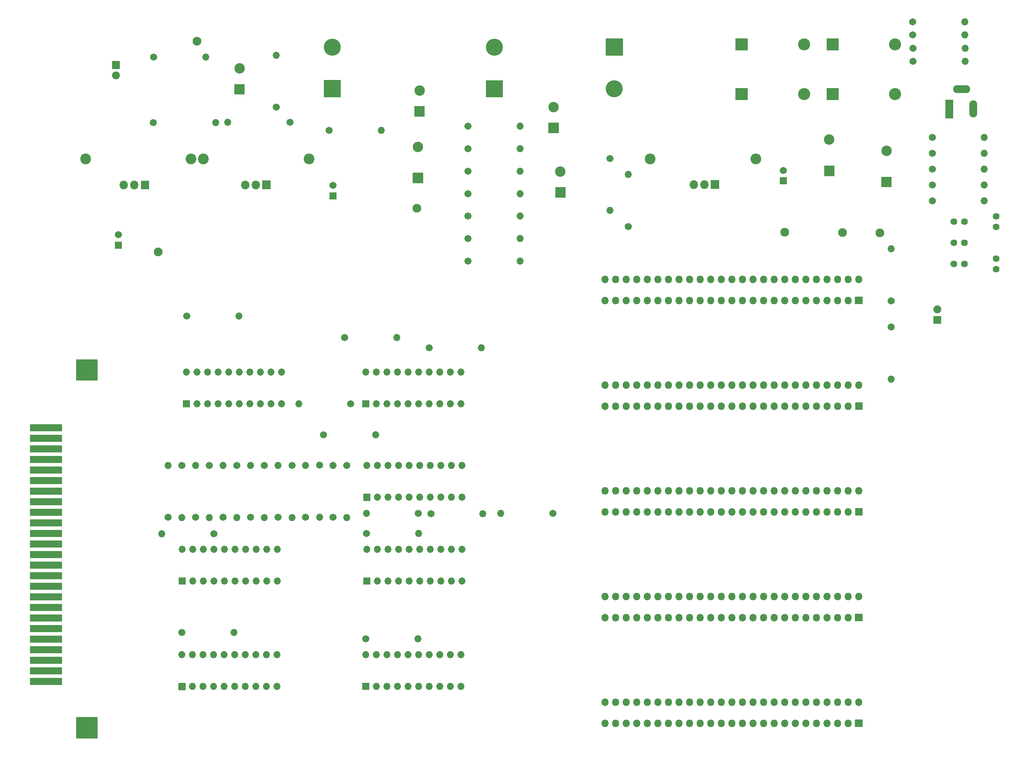
<source format=gbr>
G04 #@! TF.GenerationSoftware,KiCad,Pcbnew,5.1.8-5.1.8*
G04 #@! TF.CreationDate,2021-03-17T19:26:04-07:00*
G04 #@! TF.ProjectId,1090,31303930-2e6b-4696-9361-645f70636258,rev?*
G04 #@! TF.SameCoordinates,Original*
G04 #@! TF.FileFunction,Soldermask,Bot*
G04 #@! TF.FilePolarity,Negative*
%FSLAX46Y46*%
G04 Gerber Fmt 4.6, Leading zero omitted, Abs format (unit mm)*
G04 Created by KiCad (PCBNEW 5.1.8-5.1.8) date 2021-03-17 19:26:04*
%MOMM*%
%LPD*%
G01*
G04 APERTURE LIST*
%ADD10O,1.802000X1.802000*%
%ADD11C,2.602000*%
%ADD12O,4.102000X1.902000*%
%ADD13O,1.902000X4.102000*%
%ADD14C,1.626000*%
%ADD15C,1.702000*%
%ADD16O,1.702000X1.702000*%
%ADD17C,1.902000*%
%ADD18O,2.902000X2.902000*%
%ADD19C,4.102000*%
%ADD20C,2.502000*%
%ADD21O,2.007000X2.102000*%
%ADD22C,2.102000*%
G04 APERTURE END LIST*
D10*
X438650000Y-290810000D03*
X438650000Y-295890000D03*
X441190000Y-290810000D03*
X441190000Y-295890000D03*
X443730000Y-290810000D03*
X443730000Y-295890000D03*
X446270000Y-290810000D03*
X446270000Y-295890000D03*
X448810000Y-290810000D03*
X448810000Y-295890000D03*
X451350000Y-290810000D03*
X451350000Y-295890000D03*
X453890000Y-290810000D03*
X453890000Y-295890000D03*
X456430000Y-290810000D03*
X456430000Y-295890000D03*
X458970000Y-290810000D03*
X458970000Y-295890000D03*
X461510000Y-290810000D03*
X461510000Y-295890000D03*
X464050000Y-290810000D03*
X464050000Y-295890000D03*
X466590000Y-290810000D03*
X466590000Y-295890000D03*
X469130000Y-290810000D03*
X469130000Y-295890000D03*
X471670000Y-290810000D03*
X471670000Y-295890000D03*
X474210000Y-290810000D03*
X474210000Y-295890000D03*
X476750000Y-290810000D03*
X476750000Y-295890000D03*
X479290000Y-290810000D03*
X479290000Y-295890000D03*
X481830000Y-290810000D03*
X481830000Y-295890000D03*
X484370000Y-290810000D03*
X484370000Y-295890000D03*
X486910000Y-290810000D03*
X486910000Y-295890000D03*
X489450000Y-290810000D03*
X489450000Y-295890000D03*
X491990000Y-290810000D03*
X491990000Y-295890000D03*
X494530000Y-290810000D03*
X494530000Y-295890000D03*
X497070000Y-290810000D03*
X497070000Y-295890000D03*
X499610000Y-290810000D03*
G36*
G01*
X498760000Y-294989000D02*
X500460000Y-294989000D01*
G75*
G02*
X500511000Y-295040000I0J-51000D01*
G01*
X500511000Y-296740000D01*
G75*
G02*
X500460000Y-296791000I-51000J0D01*
G01*
X498760000Y-296791000D01*
G75*
G02*
X498709000Y-296740000I0J51000D01*
G01*
X498709000Y-295040000D01*
G75*
G02*
X498760000Y-294989000I51000J0D01*
G01*
G37*
X438650000Y-189200000D03*
X438650000Y-194280000D03*
X441190000Y-189200000D03*
X441190000Y-194280000D03*
X443730000Y-189200000D03*
X443730000Y-194280000D03*
X446270000Y-189200000D03*
X446270000Y-194280000D03*
X448810000Y-189200000D03*
X448810000Y-194280000D03*
X451350000Y-189200000D03*
X451350000Y-194280000D03*
X453890000Y-189200000D03*
X453890000Y-194280000D03*
X456430000Y-189200000D03*
X456430000Y-194280000D03*
X458970000Y-189200000D03*
X458970000Y-194280000D03*
X461510000Y-189200000D03*
X461510000Y-194280000D03*
X464050000Y-189200000D03*
X464050000Y-194280000D03*
X466590000Y-189200000D03*
X466590000Y-194280000D03*
X469130000Y-189200000D03*
X469130000Y-194280000D03*
X471670000Y-189200000D03*
X471670000Y-194280000D03*
X474210000Y-189200000D03*
X474210000Y-194280000D03*
X476750000Y-189200000D03*
X476750000Y-194280000D03*
X479290000Y-189200000D03*
X479290000Y-194280000D03*
X481830000Y-189200000D03*
X481830000Y-194280000D03*
X484370000Y-189200000D03*
X484370000Y-194280000D03*
X486910000Y-189200000D03*
X486910000Y-194280000D03*
X489450000Y-189200000D03*
X489450000Y-194280000D03*
X491990000Y-189200000D03*
X491990000Y-194280000D03*
X494530000Y-189200000D03*
X494530000Y-194280000D03*
X497070000Y-189200000D03*
X497070000Y-194280000D03*
X499610000Y-189200000D03*
G36*
G01*
X498760000Y-193379000D02*
X500460000Y-193379000D01*
G75*
G02*
X500511000Y-193430000I0J-51000D01*
G01*
X500511000Y-195130000D01*
G75*
G02*
X500460000Y-195181000I-51000J0D01*
G01*
X498760000Y-195181000D01*
G75*
G02*
X498709000Y-195130000I0J51000D01*
G01*
X498709000Y-193430000D01*
G75*
G02*
X498760000Y-193379000I51000J0D01*
G01*
G37*
X438660000Y-214610000D03*
X438660000Y-219690000D03*
X441200000Y-214610000D03*
X441200000Y-219690000D03*
X443740000Y-214610000D03*
X443740000Y-219690000D03*
X446280000Y-214610000D03*
X446280000Y-219690000D03*
X448820000Y-214610000D03*
X448820000Y-219690000D03*
X451360000Y-214610000D03*
X451360000Y-219690000D03*
X453900000Y-214610000D03*
X453900000Y-219690000D03*
X456440000Y-214610000D03*
X456440000Y-219690000D03*
X458980000Y-214610000D03*
X458980000Y-219690000D03*
X461520000Y-214610000D03*
X461520000Y-219690000D03*
X464060000Y-214610000D03*
X464060000Y-219690000D03*
X466600000Y-214610000D03*
X466600000Y-219690000D03*
X469140000Y-214610000D03*
X469140000Y-219690000D03*
X471680000Y-214610000D03*
X471680000Y-219690000D03*
X474220000Y-214610000D03*
X474220000Y-219690000D03*
X476760000Y-214610000D03*
X476760000Y-219690000D03*
X479300000Y-214610000D03*
X479300000Y-219690000D03*
X481840000Y-214610000D03*
X481840000Y-219690000D03*
X484380000Y-214610000D03*
X484380000Y-219690000D03*
X486920000Y-214610000D03*
X486920000Y-219690000D03*
X489460000Y-214610000D03*
X489460000Y-219690000D03*
X492000000Y-214610000D03*
X492000000Y-219690000D03*
X494540000Y-214610000D03*
X494540000Y-219690000D03*
X497080000Y-214610000D03*
X497080000Y-219690000D03*
X499620000Y-214610000D03*
G36*
G01*
X498770000Y-218789000D02*
X500470000Y-218789000D01*
G75*
G02*
X500521000Y-218840000I0J-51000D01*
G01*
X500521000Y-220540000D01*
G75*
G02*
X500470000Y-220591000I-51000J0D01*
G01*
X498770000Y-220591000D01*
G75*
G02*
X498719000Y-220540000I0J51000D01*
G01*
X498719000Y-218840000D01*
G75*
G02*
X498770000Y-218789000I51000J0D01*
G01*
G37*
X438660000Y-240000000D03*
X438660000Y-245080000D03*
X441200000Y-240000000D03*
X441200000Y-245080000D03*
X443740000Y-240000000D03*
X443740000Y-245080000D03*
X446280000Y-240000000D03*
X446280000Y-245080000D03*
X448820000Y-240000000D03*
X448820000Y-245080000D03*
X451360000Y-240000000D03*
X451360000Y-245080000D03*
X453900000Y-240000000D03*
X453900000Y-245080000D03*
X456440000Y-240000000D03*
X456440000Y-245080000D03*
X458980000Y-240000000D03*
X458980000Y-245080000D03*
X461520000Y-240000000D03*
X461520000Y-245080000D03*
X464060000Y-240000000D03*
X464060000Y-245080000D03*
X466600000Y-240000000D03*
X466600000Y-245080000D03*
X469140000Y-240000000D03*
X469140000Y-245080000D03*
X471680000Y-240000000D03*
X471680000Y-245080000D03*
X474220000Y-240000000D03*
X474220000Y-245080000D03*
X476760000Y-240000000D03*
X476760000Y-245080000D03*
X479300000Y-240000000D03*
X479300000Y-245080000D03*
X481840000Y-240000000D03*
X481840000Y-245080000D03*
X484380000Y-240000000D03*
X484380000Y-245080000D03*
X486920000Y-240000000D03*
X486920000Y-245080000D03*
X489460000Y-240000000D03*
X489460000Y-245080000D03*
X492000000Y-240000000D03*
X492000000Y-245080000D03*
X494540000Y-240000000D03*
X494540000Y-245080000D03*
X497080000Y-240000000D03*
X497080000Y-245080000D03*
X499620000Y-240000000D03*
G36*
G01*
X498770000Y-244179000D02*
X500470000Y-244179000D01*
G75*
G02*
X500521000Y-244230000I0J-51000D01*
G01*
X500521000Y-245930000D01*
G75*
G02*
X500470000Y-245981000I-51000J0D01*
G01*
X498770000Y-245981000D01*
G75*
G02*
X498719000Y-245930000I0J51000D01*
G01*
X498719000Y-244230000D01*
G75*
G02*
X498770000Y-244179000I51000J0D01*
G01*
G37*
X438640000Y-265410000D03*
X438640000Y-270490000D03*
X441180000Y-265410000D03*
X441180000Y-270490000D03*
X443720000Y-265410000D03*
X443720000Y-270490000D03*
X446260000Y-265410000D03*
X446260000Y-270490000D03*
X448800000Y-265410000D03*
X448800000Y-270490000D03*
X451340000Y-265410000D03*
X451340000Y-270490000D03*
X453880000Y-265410000D03*
X453880000Y-270490000D03*
X456420000Y-265410000D03*
X456420000Y-270490000D03*
X458960000Y-265410000D03*
X458960000Y-270490000D03*
X461500000Y-265410000D03*
X461500000Y-270490000D03*
X464040000Y-265410000D03*
X464040000Y-270490000D03*
X466580000Y-265410000D03*
X466580000Y-270490000D03*
X469120000Y-265410000D03*
X469120000Y-270490000D03*
X471660000Y-265410000D03*
X471660000Y-270490000D03*
X474200000Y-265410000D03*
X474200000Y-270490000D03*
X476740000Y-265410000D03*
X476740000Y-270490000D03*
X479280000Y-265410000D03*
X479280000Y-270490000D03*
X481820000Y-265410000D03*
X481820000Y-270490000D03*
X484360000Y-265410000D03*
X484360000Y-270490000D03*
X486900000Y-265410000D03*
X486900000Y-270490000D03*
X489440000Y-265410000D03*
X489440000Y-270490000D03*
X491980000Y-265410000D03*
X491980000Y-270490000D03*
X494520000Y-265410000D03*
X494520000Y-270490000D03*
X497060000Y-265410000D03*
X497060000Y-270490000D03*
X499600000Y-265410000D03*
G36*
G01*
X498750000Y-269589000D02*
X500450000Y-269589000D01*
G75*
G02*
X500501000Y-269640000I0J-51000D01*
G01*
X500501000Y-271340000D01*
G75*
G02*
X500450000Y-271391000I-51000J0D01*
G01*
X498750000Y-271391000D01*
G75*
G02*
X498699000Y-271340000I0J51000D01*
G01*
X498699000Y-269640000D01*
G75*
G02*
X498750000Y-269589000I51000J0D01*
G01*
G37*
D11*
X474840000Y-160280000D03*
X449460000Y-160280000D03*
X367490000Y-160280000D03*
X313860000Y-160280000D03*
X342120000Y-160280000D03*
X339150000Y-160280000D03*
G36*
G01*
X300480000Y-239287000D02*
X308100000Y-239287000D01*
G75*
G02*
X308151000Y-239338000I0J-51000D01*
G01*
X308151000Y-240862000D01*
G75*
G02*
X308100000Y-240913000I-51000J0D01*
G01*
X300480000Y-240913000D01*
G75*
G02*
X300429000Y-240862000I0J51000D01*
G01*
X300429000Y-239338000D01*
G75*
G02*
X300480000Y-239287000I51000J0D01*
G01*
G37*
G36*
G01*
X300480000Y-246907000D02*
X308100000Y-246907000D01*
G75*
G02*
X308151000Y-246958000I0J-51000D01*
G01*
X308151000Y-248482000D01*
G75*
G02*
X308100000Y-248533000I-51000J0D01*
G01*
X300480000Y-248533000D01*
G75*
G02*
X300429000Y-248482000I0J51000D01*
G01*
X300429000Y-246958000D01*
G75*
G02*
X300480000Y-246907000I51000J0D01*
G01*
G37*
G36*
G01*
X300480000Y-236747000D02*
X308100000Y-236747000D01*
G75*
G02*
X308151000Y-236798000I0J-51000D01*
G01*
X308151000Y-238322000D01*
G75*
G02*
X308100000Y-238373000I-51000J0D01*
G01*
X300480000Y-238373000D01*
G75*
G02*
X300429000Y-238322000I0J51000D01*
G01*
X300429000Y-236798000D01*
G75*
G02*
X300480000Y-236747000I51000J0D01*
G01*
G37*
G36*
G01*
X300480000Y-241827000D02*
X308100000Y-241827000D01*
G75*
G02*
X308151000Y-241878000I0J-51000D01*
G01*
X308151000Y-243402000D01*
G75*
G02*
X308100000Y-243453000I-51000J0D01*
G01*
X300480000Y-243453000D01*
G75*
G02*
X300429000Y-243402000I0J51000D01*
G01*
X300429000Y-241878000D01*
G75*
G02*
X300480000Y-241827000I51000J0D01*
G01*
G37*
G36*
G01*
X300480000Y-244367000D02*
X308100000Y-244367000D01*
G75*
G02*
X308151000Y-244418000I0J-51000D01*
G01*
X308151000Y-245942000D01*
G75*
G02*
X308100000Y-245993000I-51000J0D01*
G01*
X300480000Y-245993000D01*
G75*
G02*
X300429000Y-245942000I0J51000D01*
G01*
X300429000Y-244418000D01*
G75*
G02*
X300480000Y-244367000I51000J0D01*
G01*
G37*
G36*
G01*
X300480000Y-231667000D02*
X308100000Y-231667000D01*
G75*
G02*
X308151000Y-231718000I0J-51000D01*
G01*
X308151000Y-233242000D01*
G75*
G02*
X308100000Y-233293000I-51000J0D01*
G01*
X300480000Y-233293000D01*
G75*
G02*
X300429000Y-233242000I0J51000D01*
G01*
X300429000Y-231718000D01*
G75*
G02*
X300480000Y-231667000I51000J0D01*
G01*
G37*
G36*
G01*
X300480000Y-229127000D02*
X308100000Y-229127000D01*
G75*
G02*
X308151000Y-229178000I0J-51000D01*
G01*
X308151000Y-230702000D01*
G75*
G02*
X308100000Y-230753000I-51000J0D01*
G01*
X300480000Y-230753000D01*
G75*
G02*
X300429000Y-230702000I0J51000D01*
G01*
X300429000Y-229178000D01*
G75*
G02*
X300480000Y-229127000I51000J0D01*
G01*
G37*
G36*
G01*
X300480000Y-224047000D02*
X308100000Y-224047000D01*
G75*
G02*
X308151000Y-224098000I0J-51000D01*
G01*
X308151000Y-225622000D01*
G75*
G02*
X308100000Y-225673000I-51000J0D01*
G01*
X300480000Y-225673000D01*
G75*
G02*
X300429000Y-225622000I0J51000D01*
G01*
X300429000Y-224098000D01*
G75*
G02*
X300480000Y-224047000I51000J0D01*
G01*
G37*
G36*
G01*
X300480000Y-234207000D02*
X308100000Y-234207000D01*
G75*
G02*
X308151000Y-234258000I0J-51000D01*
G01*
X308151000Y-235782000D01*
G75*
G02*
X308100000Y-235833000I-51000J0D01*
G01*
X300480000Y-235833000D01*
G75*
G02*
X300429000Y-235782000I0J51000D01*
G01*
X300429000Y-234258000D01*
G75*
G02*
X300480000Y-234207000I51000J0D01*
G01*
G37*
G36*
G01*
X300480000Y-226587000D02*
X308100000Y-226587000D01*
G75*
G02*
X308151000Y-226638000I0J-51000D01*
G01*
X308151000Y-228162000D01*
G75*
G02*
X308100000Y-228213000I-51000J0D01*
G01*
X300480000Y-228213000D01*
G75*
G02*
X300429000Y-228162000I0J51000D01*
G01*
X300429000Y-226638000D01*
G75*
G02*
X300480000Y-226587000I51000J0D01*
G01*
G37*
G36*
G01*
X300480000Y-285007000D02*
X308100000Y-285007000D01*
G75*
G02*
X308151000Y-285058000I0J-51000D01*
G01*
X308151000Y-286582000D01*
G75*
G02*
X308100000Y-286633000I-51000J0D01*
G01*
X300480000Y-286633000D01*
G75*
G02*
X300429000Y-286582000I0J51000D01*
G01*
X300429000Y-285058000D01*
G75*
G02*
X300480000Y-285007000I51000J0D01*
G01*
G37*
G36*
G01*
X300480000Y-282467000D02*
X308100000Y-282467000D01*
G75*
G02*
X308151000Y-282518000I0J-51000D01*
G01*
X308151000Y-284042000D01*
G75*
G02*
X308100000Y-284093000I-51000J0D01*
G01*
X300480000Y-284093000D01*
G75*
G02*
X300429000Y-284042000I0J51000D01*
G01*
X300429000Y-282518000D01*
G75*
G02*
X300480000Y-282467000I51000J0D01*
G01*
G37*
G36*
G01*
X300480000Y-279927000D02*
X308100000Y-279927000D01*
G75*
G02*
X308151000Y-279978000I0J-51000D01*
G01*
X308151000Y-281502000D01*
G75*
G02*
X308100000Y-281553000I-51000J0D01*
G01*
X300480000Y-281553000D01*
G75*
G02*
X300429000Y-281502000I0J51000D01*
G01*
X300429000Y-279978000D01*
G75*
G02*
X300480000Y-279927000I51000J0D01*
G01*
G37*
G36*
G01*
X300480000Y-277387000D02*
X308100000Y-277387000D01*
G75*
G02*
X308151000Y-277438000I0J-51000D01*
G01*
X308151000Y-278962000D01*
G75*
G02*
X308100000Y-279013000I-51000J0D01*
G01*
X300480000Y-279013000D01*
G75*
G02*
X300429000Y-278962000I0J51000D01*
G01*
X300429000Y-277438000D01*
G75*
G02*
X300480000Y-277387000I51000J0D01*
G01*
G37*
G36*
G01*
X300480000Y-274847000D02*
X308100000Y-274847000D01*
G75*
G02*
X308151000Y-274898000I0J-51000D01*
G01*
X308151000Y-276422000D01*
G75*
G02*
X308100000Y-276473000I-51000J0D01*
G01*
X300480000Y-276473000D01*
G75*
G02*
X300429000Y-276422000I0J51000D01*
G01*
X300429000Y-274898000D01*
G75*
G02*
X300480000Y-274847000I51000J0D01*
G01*
G37*
G36*
G01*
X300480000Y-272307000D02*
X308100000Y-272307000D01*
G75*
G02*
X308151000Y-272358000I0J-51000D01*
G01*
X308151000Y-273882000D01*
G75*
G02*
X308100000Y-273933000I-51000J0D01*
G01*
X300480000Y-273933000D01*
G75*
G02*
X300429000Y-273882000I0J51000D01*
G01*
X300429000Y-272358000D01*
G75*
G02*
X300480000Y-272307000I51000J0D01*
G01*
G37*
G36*
G01*
X300480000Y-269767000D02*
X308100000Y-269767000D01*
G75*
G02*
X308151000Y-269818000I0J-51000D01*
G01*
X308151000Y-271342000D01*
G75*
G02*
X308100000Y-271393000I-51000J0D01*
G01*
X300480000Y-271393000D01*
G75*
G02*
X300429000Y-271342000I0J51000D01*
G01*
X300429000Y-269818000D01*
G75*
G02*
X300480000Y-269767000I51000J0D01*
G01*
G37*
G36*
G01*
X300480000Y-267227000D02*
X308100000Y-267227000D01*
G75*
G02*
X308151000Y-267278000I0J-51000D01*
G01*
X308151000Y-268802000D01*
G75*
G02*
X308100000Y-268853000I-51000J0D01*
G01*
X300480000Y-268853000D01*
G75*
G02*
X300429000Y-268802000I0J51000D01*
G01*
X300429000Y-267278000D01*
G75*
G02*
X300480000Y-267227000I51000J0D01*
G01*
G37*
G36*
G01*
X300480000Y-264687000D02*
X308100000Y-264687000D01*
G75*
G02*
X308151000Y-264738000I0J-51000D01*
G01*
X308151000Y-266262000D01*
G75*
G02*
X308100000Y-266313000I-51000J0D01*
G01*
X300480000Y-266313000D01*
G75*
G02*
X300429000Y-266262000I0J51000D01*
G01*
X300429000Y-264738000D01*
G75*
G02*
X300480000Y-264687000I51000J0D01*
G01*
G37*
G36*
G01*
X300480000Y-262147000D02*
X308100000Y-262147000D01*
G75*
G02*
X308151000Y-262198000I0J-51000D01*
G01*
X308151000Y-263722000D01*
G75*
G02*
X308100000Y-263773000I-51000J0D01*
G01*
X300480000Y-263773000D01*
G75*
G02*
X300429000Y-263722000I0J51000D01*
G01*
X300429000Y-262198000D01*
G75*
G02*
X300480000Y-262147000I51000J0D01*
G01*
G37*
G36*
G01*
X300480000Y-259607000D02*
X308100000Y-259607000D01*
G75*
G02*
X308151000Y-259658000I0J-51000D01*
G01*
X308151000Y-261182000D01*
G75*
G02*
X308100000Y-261233000I-51000J0D01*
G01*
X300480000Y-261233000D01*
G75*
G02*
X300429000Y-261182000I0J51000D01*
G01*
X300429000Y-259658000D01*
G75*
G02*
X300480000Y-259607000I51000J0D01*
G01*
G37*
G36*
G01*
X300480000Y-257067000D02*
X308100000Y-257067000D01*
G75*
G02*
X308151000Y-257118000I0J-51000D01*
G01*
X308151000Y-258642000D01*
G75*
G02*
X308100000Y-258693000I-51000J0D01*
G01*
X300480000Y-258693000D01*
G75*
G02*
X300429000Y-258642000I0J51000D01*
G01*
X300429000Y-257118000D01*
G75*
G02*
X300480000Y-257067000I51000J0D01*
G01*
G37*
G36*
G01*
X300480000Y-254527000D02*
X308100000Y-254527000D01*
G75*
G02*
X308151000Y-254578000I0J-51000D01*
G01*
X308151000Y-256102000D01*
G75*
G02*
X308100000Y-256153000I-51000J0D01*
G01*
X300480000Y-256153000D01*
G75*
G02*
X300429000Y-256102000I0J51000D01*
G01*
X300429000Y-254578000D01*
G75*
G02*
X300480000Y-254527000I51000J0D01*
G01*
G37*
G36*
G01*
X300480000Y-251987000D02*
X308100000Y-251987000D01*
G75*
G02*
X308151000Y-252038000I0J-51000D01*
G01*
X308151000Y-253562000D01*
G75*
G02*
X308100000Y-253613000I-51000J0D01*
G01*
X300480000Y-253613000D01*
G75*
G02*
X300429000Y-253562000I0J51000D01*
G01*
X300429000Y-252038000D01*
G75*
G02*
X300480000Y-251987000I51000J0D01*
G01*
G37*
G36*
G01*
X300480000Y-249447000D02*
X308100000Y-249447000D01*
G75*
G02*
X308151000Y-249498000I0J-51000D01*
G01*
X308151000Y-251022000D01*
G75*
G02*
X308100000Y-251073000I-51000J0D01*
G01*
X300480000Y-251073000D01*
G75*
G02*
X300429000Y-251022000I0J51000D01*
G01*
X300429000Y-249498000D01*
G75*
G02*
X300480000Y-249447000I51000J0D01*
G01*
G37*
D12*
X524357000Y-143469000D03*
D13*
X527157000Y-148269000D03*
G36*
G01*
X522257000Y-150520000D02*
X520457000Y-150520000D01*
G75*
G02*
X520406000Y-150469000I0J51000D01*
G01*
X520406000Y-146069000D01*
G75*
G02*
X520457000Y-146018000I51000J0D01*
G01*
X522257000Y-146018000D01*
G75*
G02*
X522308000Y-146069000I0J-51000D01*
G01*
X522308000Y-150469000D01*
G75*
G02*
X522257000Y-150520000I-51000J0D01*
G01*
G37*
D14*
X522500000Y-185480000D03*
X522500000Y-180400000D03*
X522500000Y-175320000D03*
X525040000Y-175320000D03*
X525040000Y-180400000D03*
X525040000Y-185480000D03*
X532660000Y-186750000D03*
X532660000Y-184210000D03*
X532660000Y-176590000D03*
X532660000Y-174050000D03*
D15*
X393780000Y-245470000D03*
D16*
X381280000Y-245470000D03*
D17*
X321115000Y-140241000D03*
G36*
G01*
X320215000Y-136750000D02*
X322015000Y-136750000D01*
G75*
G02*
X322066000Y-136801000I0J-51000D01*
G01*
X322066000Y-138601000D01*
G75*
G02*
X322015000Y-138652000I-51000J0D01*
G01*
X320215000Y-138652000D01*
G75*
G02*
X320164000Y-138601000I0J51000D01*
G01*
X320164000Y-136801000D01*
G75*
G02*
X320215000Y-136750000I51000J0D01*
G01*
G37*
X518483000Y-196425000D03*
G36*
G01*
X519383000Y-199916000D02*
X517583000Y-199916000D01*
G75*
G02*
X517532000Y-199865000I0J51000D01*
G01*
X517532000Y-198065000D01*
G75*
G02*
X517583000Y-198014000I51000J0D01*
G01*
X519383000Y-198014000D01*
G75*
G02*
X519434000Y-198065000I0J-51000D01*
G01*
X519434000Y-199865000D01*
G75*
G02*
X519383000Y-199916000I-51000J0D01*
G01*
G37*
D18*
X508364000Y-132777000D03*
G36*
G01*
X491913000Y-134167000D02*
X491913000Y-131367000D01*
G75*
G02*
X491964000Y-131316000I51000J0D01*
G01*
X494764000Y-131316000D01*
G75*
G02*
X494815000Y-131367000I0J-51000D01*
G01*
X494815000Y-134167000D01*
G75*
G02*
X494764000Y-134218000I-51000J0D01*
G01*
X491964000Y-134218000D01*
G75*
G02*
X491913000Y-134167000I0J51000D01*
G01*
G37*
X486440000Y-132777000D03*
G36*
G01*
X469989000Y-134167000D02*
X469989000Y-131367000D01*
G75*
G02*
X470040000Y-131316000I51000J0D01*
G01*
X472840000Y-131316000D01*
G75*
G02*
X472891000Y-131367000I0J-51000D01*
G01*
X472891000Y-134167000D01*
G75*
G02*
X472840000Y-134218000I-51000J0D01*
G01*
X470040000Y-134218000D01*
G75*
G02*
X469989000Y-134167000I0J51000D01*
G01*
G37*
X508364000Y-144715000D03*
G36*
G01*
X491913000Y-146105000D02*
X491913000Y-143305000D01*
G75*
G02*
X491964000Y-143254000I51000J0D01*
G01*
X494764000Y-143254000D01*
G75*
G02*
X494815000Y-143305000I0J-51000D01*
G01*
X494815000Y-146105000D01*
G75*
G02*
X494764000Y-146156000I-51000J0D01*
G01*
X491964000Y-146156000D01*
G75*
G02*
X491913000Y-146105000I0J51000D01*
G01*
G37*
D15*
X439830000Y-160145000D03*
D16*
X439830000Y-172645000D03*
D15*
X512648000Y-133664000D03*
D16*
X525148000Y-133664000D03*
D15*
X517275000Y-162747000D03*
D16*
X529775000Y-162747000D03*
D15*
X512573000Y-127304000D03*
D16*
X525073000Y-127304000D03*
D15*
X336990000Y-274099000D03*
D16*
X349490000Y-274099000D03*
D15*
X344630000Y-250350000D03*
D16*
X332130000Y-250350000D03*
D15*
X338180000Y-198020000D03*
D16*
X350680000Y-198020000D03*
D15*
X381313000Y-250238999D03*
D16*
X393813000Y-250238999D03*
D15*
X377530000Y-219120000D03*
D16*
X365030000Y-219120000D03*
D15*
X517275000Y-170367000D03*
D16*
X529775000Y-170367000D03*
D15*
X517275000Y-155127000D03*
D16*
X529775000Y-155127000D03*
D15*
X376106000Y-203233000D03*
D16*
X388606000Y-203233000D03*
D15*
X381186000Y-275623000D03*
D16*
X393686000Y-275623000D03*
D19*
X440876000Y-143383000D03*
G36*
G01*
X438876000Y-131332000D02*
X442876000Y-131332000D01*
G75*
G02*
X442927000Y-131383000I0J-51000D01*
G01*
X442927000Y-135383000D01*
G75*
G02*
X442876000Y-135434000I-51000J0D01*
G01*
X438876000Y-135434000D01*
G75*
G02*
X438825000Y-135383000I0J51000D01*
G01*
X438825000Y-131383000D01*
G75*
G02*
X438876000Y-131332000I51000J0D01*
G01*
G37*
X373120000Y-133389000D03*
G36*
G01*
X375120000Y-145440000D02*
X371120000Y-145440000D01*
G75*
G02*
X371069000Y-145389000I0J51000D01*
G01*
X371069000Y-141389000D01*
G75*
G02*
X371120000Y-141338000I51000J0D01*
G01*
X375120000Y-141338000D01*
G75*
G02*
X375171000Y-141389000I0J-51000D01*
G01*
X375171000Y-145389000D01*
G75*
G02*
X375120000Y-145440000I-51000J0D01*
G01*
G37*
X412047000Y-133416000D03*
G36*
G01*
X414047000Y-145467000D02*
X410047000Y-145467000D01*
G75*
G02*
X409996000Y-145416000I0J51000D01*
G01*
X409996000Y-141416000D01*
G75*
G02*
X410047000Y-141365000I51000J0D01*
G01*
X414047000Y-141365000D01*
G75*
G02*
X414098000Y-141416000I0J-51000D01*
G01*
X414098000Y-145416000D01*
G75*
G02*
X414047000Y-145467000I-51000J0D01*
G01*
G37*
D20*
X492530000Y-155645000D03*
G36*
G01*
X493730000Y-164396000D02*
X491330000Y-164396000D01*
G75*
G02*
X491279000Y-164345000I0J51000D01*
G01*
X491279000Y-161945000D01*
G75*
G02*
X491330000Y-161894000I51000J0D01*
G01*
X493730000Y-161894000D01*
G75*
G02*
X493781000Y-161945000I0J-51000D01*
G01*
X493781000Y-164345000D01*
G75*
G02*
X493730000Y-164396000I-51000J0D01*
G01*
G37*
X506262000Y-158309000D03*
G36*
G01*
X507462000Y-167060000D02*
X505062000Y-167060000D01*
G75*
G02*
X505011000Y-167009000I0J51000D01*
G01*
X505011000Y-164609000D01*
G75*
G02*
X505062000Y-164558000I51000J0D01*
G01*
X507462000Y-164558000D01*
G75*
G02*
X507513000Y-164609000I0J-51000D01*
G01*
X507513000Y-167009000D01*
G75*
G02*
X507462000Y-167060000I-51000J0D01*
G01*
G37*
G36*
G01*
X311589000Y-213510000D02*
X311589000Y-208510000D01*
G75*
G02*
X311640000Y-208459000I51000J0D01*
G01*
X316640000Y-208459000D01*
G75*
G02*
X316691000Y-208510000I0J-51000D01*
G01*
X316691000Y-213510000D01*
G75*
G02*
X316640000Y-213561000I-51000J0D01*
G01*
X311640000Y-213561000D01*
G75*
G02*
X311589000Y-213510000I0J51000D01*
G01*
G37*
G36*
G01*
X382240000Y-262571000D02*
X380640000Y-262571000D01*
G75*
G02*
X380589000Y-262520000I0J51000D01*
G01*
X380589000Y-260920000D01*
G75*
G02*
X380640000Y-260869000I51000J0D01*
G01*
X382240000Y-260869000D01*
G75*
G02*
X382291000Y-260920000I0J-51000D01*
G01*
X382291000Y-262520000D01*
G75*
G02*
X382240000Y-262571000I-51000J0D01*
G01*
G37*
D16*
X404300000Y-254100000D03*
X383980000Y-261720000D03*
X401760000Y-254100000D03*
X386520000Y-261720000D03*
X399220000Y-254100000D03*
X389060000Y-261720000D03*
X396680000Y-254100000D03*
X391600000Y-261720000D03*
X394140000Y-254100000D03*
X394140000Y-261720000D03*
X391600000Y-254100000D03*
X396680000Y-261720000D03*
X389060000Y-254100000D03*
X399220000Y-261720000D03*
X386520000Y-254100000D03*
X401760000Y-261720000D03*
X383980000Y-254100000D03*
X404300000Y-261720000D03*
X381440000Y-254100000D03*
G36*
G01*
X381986000Y-219959000D02*
X380386000Y-219959000D01*
G75*
G02*
X380335000Y-219908000I0J51000D01*
G01*
X380335000Y-218308000D01*
G75*
G02*
X380386000Y-218257000I51000J0D01*
G01*
X381986000Y-218257000D01*
G75*
G02*
X382037000Y-218308000I0J-51000D01*
G01*
X382037000Y-219908000D01*
G75*
G02*
X381986000Y-219959000I-51000J0D01*
G01*
G37*
X404046000Y-211488000D03*
X383726000Y-219108000D03*
X401506000Y-211488000D03*
X386266000Y-219108000D03*
X398966000Y-211488000D03*
X388806000Y-219108000D03*
X396426000Y-211488000D03*
X391346000Y-219108000D03*
X393886000Y-211488000D03*
X393886000Y-219108000D03*
X391346000Y-211488000D03*
X396426000Y-219108000D03*
X388806000Y-211488000D03*
X398966000Y-219108000D03*
X386266000Y-211488000D03*
X401506000Y-219108000D03*
X383726000Y-211488000D03*
X404046000Y-219108000D03*
X381186000Y-211488000D03*
G36*
G01*
X311579000Y-299459000D02*
X311579000Y-294459000D01*
G75*
G02*
X311630000Y-294408000I51000J0D01*
G01*
X316630000Y-294408000D01*
G75*
G02*
X316681000Y-294459000I0J-51000D01*
G01*
X316681000Y-299459000D01*
G75*
G02*
X316630000Y-299510000I-51000J0D01*
G01*
X311630000Y-299510000D01*
G75*
G02*
X311579000Y-299459000I0J51000D01*
G01*
G37*
G36*
G01*
X482305000Y-166396000D02*
X480705000Y-166396000D01*
G75*
G02*
X480654000Y-166345000I0J51000D01*
G01*
X480654000Y-164745000D01*
G75*
G02*
X480705000Y-164694000I51000J0D01*
G01*
X482305000Y-164694000D01*
G75*
G02*
X482356000Y-164745000I0J-51000D01*
G01*
X482356000Y-166345000D01*
G75*
G02*
X482305000Y-166396000I-51000J0D01*
G01*
G37*
D15*
X481505000Y-163045000D03*
G36*
G01*
X352005000Y-144796000D02*
X349605000Y-144796000D01*
G75*
G02*
X349554000Y-144745000I0J51000D01*
G01*
X349554000Y-142345000D01*
G75*
G02*
X349605000Y-142294000I51000J0D01*
G01*
X352005000Y-142294000D01*
G75*
G02*
X352056000Y-142345000I0J-51000D01*
G01*
X352056000Y-144745000D01*
G75*
G02*
X352005000Y-144796000I-51000J0D01*
G01*
G37*
D20*
X350805000Y-138545000D03*
D15*
X507405000Y-194370000D03*
D16*
X507405000Y-181870000D03*
D15*
X507355000Y-200695000D03*
D16*
X507355000Y-213195000D03*
D15*
X330194000Y-135769000D03*
D16*
X342694000Y-135769000D03*
D15*
X396426000Y-205646000D03*
D16*
X408926000Y-205646000D03*
D15*
X371026000Y-226537500D03*
D16*
X383526000Y-226537500D03*
D15*
X336980000Y-233920000D03*
D16*
X336980000Y-246420000D03*
D15*
X343580000Y-233920000D03*
D16*
X343580000Y-246420000D03*
D15*
X350180000Y-233920000D03*
D16*
X350180000Y-246420000D03*
D15*
X356802000Y-233920000D03*
D16*
X356802000Y-246420000D03*
D15*
X363430000Y-233920000D03*
D16*
X363430000Y-246420000D03*
D15*
X370030000Y-233870000D03*
D16*
X370030000Y-246370000D03*
D15*
X376614000Y-233920000D03*
D16*
X376614000Y-246420000D03*
D15*
X426110000Y-245430000D03*
D16*
X413610000Y-245430000D03*
X347955000Y-151495000D03*
D15*
X362955000Y-151495000D03*
X512573000Y-130459000D03*
D16*
X525073000Y-130459000D03*
D15*
X512648000Y-136819000D03*
D16*
X525148000Y-136819000D03*
D15*
X517275000Y-166557000D03*
D16*
X529775000Y-166557000D03*
D15*
X517275000Y-158937000D03*
D16*
X529775000Y-158937000D03*
X337075000Y-254082000D03*
X359935000Y-261702000D03*
X339615000Y-254082000D03*
X357395000Y-261702000D03*
X342155000Y-254082000D03*
X354855000Y-261702000D03*
X344695000Y-254082000D03*
X352315000Y-261702000D03*
X347235000Y-254082000D03*
X349775000Y-261702000D03*
X349775000Y-254082000D03*
X347235000Y-261702000D03*
X352315000Y-254082000D03*
X344695000Y-261702000D03*
X354855000Y-254082000D03*
X342155000Y-261702000D03*
X357395000Y-254082000D03*
X339615000Y-261702000D03*
X359935000Y-254082000D03*
G36*
G01*
X337875000Y-262553000D02*
X336275000Y-262553000D01*
G75*
G02*
X336224000Y-262502000I0J51000D01*
G01*
X336224000Y-260902000D01*
G75*
G02*
X336275000Y-260851000I51000J0D01*
G01*
X337875000Y-260851000D01*
G75*
G02*
X337926000Y-260902000I0J-51000D01*
G01*
X337926000Y-262502000D01*
G75*
G02*
X337875000Y-262553000I-51000J0D01*
G01*
G37*
X381186000Y-279392001D03*
X404046000Y-287012001D03*
X383726000Y-279392001D03*
X401506000Y-287012001D03*
X386266000Y-279392001D03*
X398966000Y-287012001D03*
X388806000Y-279392001D03*
X396426000Y-287012001D03*
X391346000Y-279392001D03*
X393886000Y-287012001D03*
X393886000Y-279392001D03*
X391346000Y-287012001D03*
X396426000Y-279392001D03*
X388806000Y-287012001D03*
X398966000Y-279392001D03*
X386266000Y-287012001D03*
X401506000Y-279392001D03*
X383726000Y-287012001D03*
X404046000Y-279392001D03*
G36*
G01*
X381986000Y-287863001D02*
X380386000Y-287863001D01*
G75*
G02*
X380335000Y-287812001I0J51000D01*
G01*
X380335000Y-286212001D01*
G75*
G02*
X380386000Y-286161001I51000J0D01*
G01*
X381986000Y-286161001D01*
G75*
G02*
X382037000Y-286212001I0J-51000D01*
G01*
X382037000Y-287812001D01*
G75*
G02*
X381986000Y-287863001I-51000J0D01*
G01*
G37*
X381440000Y-233967000D03*
X404300000Y-241587000D03*
X383980000Y-233967000D03*
X401760000Y-241587000D03*
X386520000Y-233967000D03*
X399220000Y-241587000D03*
X389060000Y-233967000D03*
X396680000Y-241587000D03*
X391600000Y-233967000D03*
X394140000Y-241587000D03*
X394140000Y-233967000D03*
X391600000Y-241587000D03*
X396680000Y-233967000D03*
X389060000Y-241587000D03*
X399220000Y-233967000D03*
X386520000Y-241587000D03*
X401760000Y-233967000D03*
X383980000Y-241587000D03*
X404300000Y-233967000D03*
G36*
G01*
X382240000Y-242438000D02*
X380640000Y-242438000D01*
G75*
G02*
X380589000Y-242387000I0J51000D01*
G01*
X380589000Y-240787000D01*
G75*
G02*
X380640000Y-240736000I51000J0D01*
G01*
X382240000Y-240736000D01*
G75*
G02*
X382291000Y-240787000I0J-51000D01*
G01*
X382291000Y-242387000D01*
G75*
G02*
X382240000Y-242438000I-51000J0D01*
G01*
G37*
G36*
G01*
X338891000Y-219959000D02*
X337291000Y-219959000D01*
G75*
G02*
X337240000Y-219908000I0J51000D01*
G01*
X337240000Y-218308000D01*
G75*
G02*
X337291000Y-218257000I51000J0D01*
G01*
X338891000Y-218257000D01*
G75*
G02*
X338942000Y-218308000I0J-51000D01*
G01*
X338942000Y-219908000D01*
G75*
G02*
X338891000Y-219959000I-51000J0D01*
G01*
G37*
X360951000Y-211488000D03*
X340631000Y-219108000D03*
X358411000Y-211488000D03*
X343171000Y-219108000D03*
X355871000Y-211488000D03*
X345711000Y-219108000D03*
X353331000Y-211488000D03*
X348251000Y-219108000D03*
X350791000Y-211488000D03*
X350791000Y-219108000D03*
X348251000Y-211488000D03*
X353331000Y-219108000D03*
X345711000Y-211488000D03*
X355871000Y-219108000D03*
X343171000Y-211488000D03*
X358411000Y-219108000D03*
X340631000Y-211488000D03*
X360951000Y-219108000D03*
X338091000Y-211488000D03*
D18*
X486440000Y-144715000D03*
G36*
G01*
X469989000Y-146105000D02*
X469989000Y-143305000D01*
G75*
G02*
X470040000Y-143254000I51000J0D01*
G01*
X472840000Y-143254000D01*
G75*
G02*
X472891000Y-143305000I0J-51000D01*
G01*
X472891000Y-146105000D01*
G75*
G02*
X472840000Y-146156000I-51000J0D01*
G01*
X470040000Y-146156000D01*
G75*
G02*
X469989000Y-146105000I0J51000D01*
G01*
G37*
G36*
G01*
X466033500Y-165420000D02*
X466033500Y-167420000D01*
G75*
G02*
X465982500Y-167471000I-51000J0D01*
G01*
X464077500Y-167471000D01*
G75*
G02*
X464026500Y-167420000I0J51000D01*
G01*
X464026500Y-165420000D01*
G75*
G02*
X464077500Y-165369000I51000J0D01*
G01*
X465982500Y-165369000D01*
G75*
G02*
X466033500Y-165420000I0J-51000D01*
G01*
G37*
D21*
X462490000Y-166420000D03*
X459950000Y-166420000D03*
G36*
G01*
X329103500Y-165530000D02*
X329103500Y-167530000D01*
G75*
G02*
X329052500Y-167581000I-51000J0D01*
G01*
X327147500Y-167581000D01*
G75*
G02*
X327096500Y-167530000I0J51000D01*
G01*
X327096500Y-165530000D01*
G75*
G02*
X327147500Y-165479000I51000J0D01*
G01*
X329052500Y-165479000D01*
G75*
G02*
X329103500Y-165530000I0J-51000D01*
G01*
G37*
X325560000Y-166530000D03*
X323020000Y-166530000D03*
X352180000Y-166500000D03*
X354720000Y-166500000D03*
G36*
G01*
X358263500Y-165500000D02*
X358263500Y-167500000D01*
G75*
G02*
X358212500Y-167551000I-51000J0D01*
G01*
X356307500Y-167551000D01*
G75*
G02*
X356256500Y-167500000I0J51000D01*
G01*
X356256500Y-165500000D01*
G75*
G02*
X356307500Y-165449000I51000J0D01*
G01*
X358212500Y-165449000D01*
G75*
G02*
X358263500Y-165500000I0J-51000D01*
G01*
G37*
D15*
X330067000Y-151517000D03*
D16*
X345067000Y-151517000D03*
X359658000Y-135334000D03*
D15*
X359658000Y-147834000D03*
D16*
X336996000Y-279433000D03*
X359856000Y-287053000D03*
X339536000Y-279433000D03*
X357316000Y-287053000D03*
X342076000Y-279433000D03*
X354776000Y-287053000D03*
X344616000Y-279433000D03*
X352236000Y-287053000D03*
X347156000Y-279433000D03*
X349696000Y-287053000D03*
X349696000Y-279433000D03*
X347156000Y-287053000D03*
X352236000Y-279433000D03*
X344616000Y-287053000D03*
X354776000Y-279433000D03*
X342076000Y-287053000D03*
X357316000Y-279433000D03*
X339536000Y-287053000D03*
X359856000Y-279433000D03*
G36*
G01*
X337796000Y-287904000D02*
X336196000Y-287904000D01*
G75*
G02*
X336145000Y-287853000I0J51000D01*
G01*
X336145000Y-286253000D01*
G75*
G02*
X336196000Y-286202000I51000J0D01*
G01*
X337796000Y-286202000D01*
G75*
G02*
X337847000Y-286253000I0J-51000D01*
G01*
X337847000Y-287853000D01*
G75*
G02*
X337796000Y-287904000I-51000J0D01*
G01*
G37*
D20*
X394075000Y-143850000D03*
G36*
G01*
X395275000Y-150101000D02*
X392875000Y-150101000D01*
G75*
G02*
X392824000Y-150050000I0J51000D01*
G01*
X392824000Y-147650000D01*
G75*
G02*
X392875000Y-147599000I51000J0D01*
G01*
X395275000Y-147599000D01*
G75*
G02*
X395326000Y-147650000I0J-51000D01*
G01*
X395326000Y-150050000D01*
G75*
G02*
X395275000Y-150101000I-51000J0D01*
G01*
G37*
G36*
G01*
X427471000Y-154065000D02*
X425071000Y-154065000D01*
G75*
G02*
X425020000Y-154014000I0J51000D01*
G01*
X425020000Y-151614000D01*
G75*
G02*
X425071000Y-151563000I51000J0D01*
G01*
X427471000Y-151563000D01*
G75*
G02*
X427522000Y-151614000I0J-51000D01*
G01*
X427522000Y-154014000D01*
G75*
G02*
X427471000Y-154065000I-51000J0D01*
G01*
G37*
X426271000Y-147814000D03*
X427922000Y-163308000D03*
G36*
G01*
X429122000Y-169559000D02*
X426722000Y-169559000D01*
G75*
G02*
X426671000Y-169508000I0J51000D01*
G01*
X426671000Y-167108000D01*
G75*
G02*
X426722000Y-167057000I51000J0D01*
G01*
X429122000Y-167057000D01*
G75*
G02*
X429173000Y-167108000I0J-51000D01*
G01*
X429173000Y-169508000D01*
G75*
G02*
X429122000Y-169559000I-51000J0D01*
G01*
G37*
G36*
G01*
X394894000Y-166103000D02*
X392494000Y-166103000D01*
G75*
G02*
X392443000Y-166052000I0J51000D01*
G01*
X392443000Y-163652000D01*
G75*
G02*
X392494000Y-163601000I51000J0D01*
G01*
X394894000Y-163601000D01*
G75*
G02*
X394945000Y-163652000I0J-51000D01*
G01*
X394945000Y-166052000D01*
G75*
G02*
X394894000Y-166103000I-51000J0D01*
G01*
G37*
X393694000Y-157352000D03*
G36*
G01*
X374060000Y-170011000D02*
X372460000Y-170011000D01*
G75*
G02*
X372409000Y-169960000I0J51000D01*
G01*
X372409000Y-168360000D01*
G75*
G02*
X372460000Y-168309000I51000J0D01*
G01*
X374060000Y-168309000D01*
G75*
G02*
X374111000Y-168360000I0J-51000D01*
G01*
X374111000Y-169960000D01*
G75*
G02*
X374060000Y-170011000I-51000J0D01*
G01*
G37*
D15*
X373260000Y-166660000D03*
X321750000Y-178508000D03*
G36*
G01*
X322550000Y-181859000D02*
X320950000Y-181859000D01*
G75*
G02*
X320899000Y-181808000I0J51000D01*
G01*
X320899000Y-180208000D01*
G75*
G02*
X320950000Y-180157000I51000J0D01*
G01*
X322550000Y-180157000D01*
G75*
G02*
X322601000Y-180208000I0J-51000D01*
G01*
X322601000Y-181808000D01*
G75*
G02*
X322550000Y-181859000I-51000J0D01*
G01*
G37*
D16*
X384858000Y-153422000D03*
D15*
X372358000Y-153422000D03*
D16*
X444255000Y-164020000D03*
D15*
X444255000Y-176520000D03*
D16*
X418197000Y-184818000D03*
D15*
X405697000Y-184818000D03*
D16*
X418197000Y-152433000D03*
D15*
X405697000Y-152433000D03*
X405697000Y-179420500D03*
D16*
X418197000Y-179420500D03*
D15*
X405697000Y-157830500D03*
D16*
X418197000Y-157830500D03*
D15*
X405697000Y-168625500D03*
D16*
X418197000Y-168625500D03*
D15*
X405697000Y-163228000D03*
D16*
X418197000Y-163228000D03*
D15*
X405697000Y-174023000D03*
D16*
X418197000Y-174023000D03*
D15*
X333688000Y-246413000D03*
D16*
X333688000Y-233913000D03*
X340292000Y-233913000D03*
D15*
X340292000Y-246413000D03*
X346896000Y-246413000D03*
D16*
X346896000Y-233913000D03*
X353500000Y-233913000D03*
D15*
X353500000Y-246413000D03*
X360104000Y-246413000D03*
D16*
X360104000Y-233913000D03*
X366708000Y-233913000D03*
D15*
X366708000Y-246413000D03*
D16*
X373312000Y-233913000D03*
D15*
X373312000Y-246413000D03*
D16*
X409280000Y-245513000D03*
D15*
X396780000Y-245513000D03*
D22*
X393440000Y-172091000D03*
X495680000Y-177930000D03*
X331275000Y-182620000D03*
X481850000Y-177920000D03*
X340608000Y-131959000D03*
X504690000Y-178070000D03*
M02*

</source>
